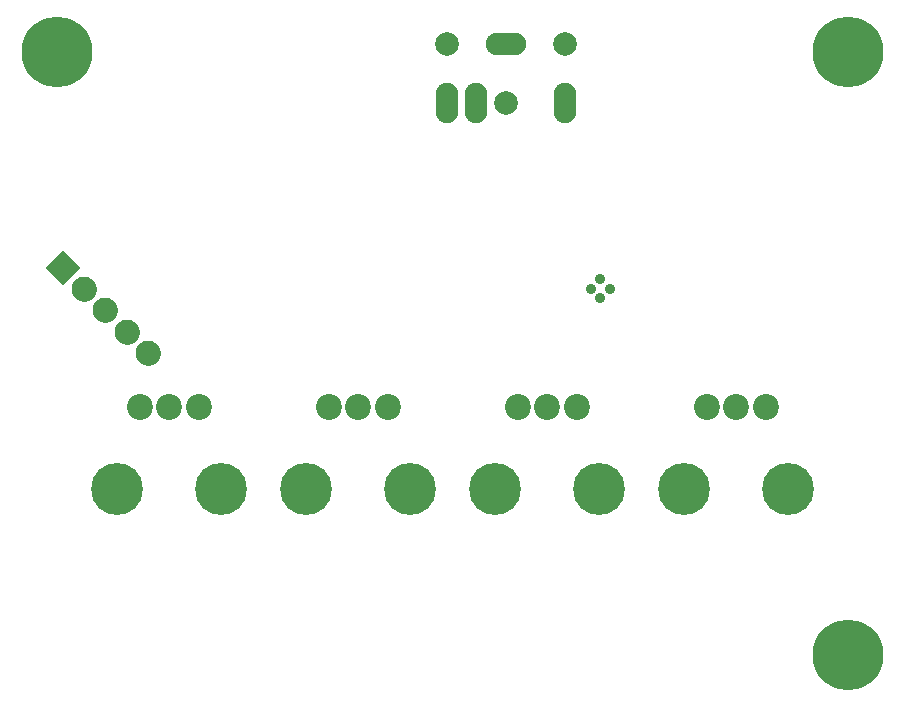
<source format=gbr>
G04 #@! TF.GenerationSoftware,KiCad,Pcbnew,(5.0.0)*
G04 #@! TF.CreationDate,2021-03-23T01:42:42-07:00*
G04 #@! TF.ProjectId,TheVolumeMixerV2,546865566F6C756D654D697865725632,rev?*
G04 #@! TF.SameCoordinates,Original*
G04 #@! TF.FileFunction,Soldermask,Bot*
G04 #@! TF.FilePolarity,Negative*
%FSLAX46Y46*%
G04 Gerber Fmt 4.6, Leading zero omitted, Abs format (unit mm)*
G04 Created by KiCad (PCBNEW (5.0.0)) date 03/23/21 01:42:42*
%MOMM*%
%LPD*%
G01*
G04 APERTURE LIST*
%ADD10C,0.908000*%
%ADD11O,3.416000X1.908000*%
%ADD12O,1.908000X3.416000*%
%ADD13C,2.000000*%
%ADD14C,2.100000*%
%ADD15C,0.100000*%
%ADD16C,2.100000*%
%ADD17C,6.000000*%
%ADD18C,2.200000*%
%ADD19C,4.400000*%
G04 APERTURE END LIST*
D10*
G04 #@! TO.C,U4*
X162000000Y-91787400D03*
X162787400Y-91000000D03*
X161212600Y-91000000D03*
X162000000Y-90212600D03*
G04 #@! TD*
D11*
G04 #@! TO.C,J8*
X154000000Y-70250000D03*
D12*
X149000000Y-75250000D03*
X159000000Y-75250000D03*
D13*
X154000000Y-75250000D03*
X149000000Y-70250000D03*
X159000000Y-70250000D03*
D12*
X151500000Y-75250000D03*
G04 #@! TD*
D14*
G04 #@! TO.C,J3*
X116500000Y-89250000D03*
D15*
G36*
X116500000Y-90734924D02*
X115015076Y-89250000D01*
X116500000Y-87765076D01*
X117984924Y-89250000D01*
X116500000Y-90734924D01*
X116500000Y-90734924D01*
G37*
D14*
X118296051Y-91046051D03*
D16*
X118296051Y-91046051D02*
X118296051Y-91046051D01*
D14*
X120092102Y-92842102D03*
D16*
X120092102Y-92842102D02*
X120092102Y-92842102D01*
D14*
X121888154Y-94638154D03*
D16*
X121888154Y-94638154D02*
X121888154Y-94638154D01*
D14*
X123684205Y-96434205D03*
D16*
X123684205Y-96434205D02*
X123684205Y-96434205D01*
G04 #@! TD*
D17*
G04 #@! TO.C,MH1*
X183000000Y-122000000D03*
G04 #@! TD*
G04 #@! TO.C,MH2*
X183000000Y-71000000D03*
G04 #@! TD*
G04 #@! TO.C,MH3*
X116000000Y-71000000D03*
G04 #@! TD*
D18*
G04 #@! TO.C,POT1*
X128000000Y-101000000D03*
X125500000Y-101000000D03*
X123000000Y-101000000D03*
D19*
X129900000Y-108000000D03*
X121100000Y-108000000D03*
G04 #@! TD*
G04 #@! TO.C,POT2*
X137100000Y-108000000D03*
X145900000Y-108000000D03*
D18*
X139000000Y-101000000D03*
X141500000Y-101000000D03*
X144000000Y-101000000D03*
G04 #@! TD*
G04 #@! TO.C,POT3*
X160000000Y-101000000D03*
X157500000Y-101000000D03*
X155000000Y-101000000D03*
D19*
X161900000Y-108000000D03*
X153100000Y-108000000D03*
G04 #@! TD*
G04 #@! TO.C,POT4*
X169100000Y-108000000D03*
X177900000Y-108000000D03*
D18*
X171000000Y-101000000D03*
X173500000Y-101000000D03*
X176000000Y-101000000D03*
G04 #@! TD*
M02*

</source>
